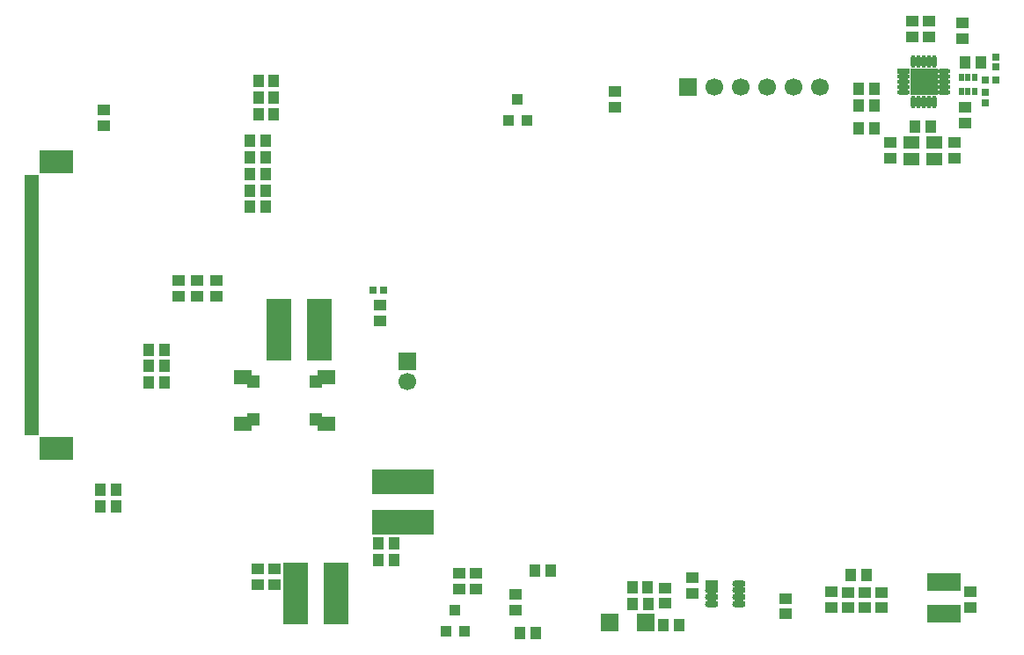
<source format=gts>
G04 #@! TF.GenerationSoftware,KiCad,Pcbnew,(2017-02-02 revision 8dadc18)-makepkg*
G04 #@! TF.CreationDate,2017-03-26T00:07:33+03:00*
G04 #@! TF.ProjectId,Badge,42616467652E6B696361645F70636200,rev?*
G04 #@! TF.FileFunction,Soldermask,Top*
G04 #@! TF.FilePolarity,Negative*
%FSLAX46Y46*%
G04 Gerber Fmt 4.6, Leading zero omitted, Abs format (unit mm)*
G04 Created by KiCad (PCBNEW (2017-02-02 revision 8dadc18)-makepkg) date 03/26/17 00:07:33*
%MOMM*%
%LPD*%
G01*
G04 APERTURE LIST*
%ADD10C,0.100000*%
%ADD11R,3.200000X1.700000*%
%ADD12R,2.348840X5.998820*%
%ADD13R,5.998820X2.348840*%
%ADD14R,1.299820X0.649580*%
%ADD15O,1.299820X0.649580*%
%ADD16R,1.700000X1.700000*%
%ADD17C,1.700000*%
%ADD18R,1.600000X1.200000*%
%ADD19R,0.800000X0.800000*%
%ADD20R,1.700000X1.400000*%
%ADD21R,1.200000X1.300000*%
%ADD22R,1.089000X1.216000*%
%ADD23R,1.216000X1.089000*%
%ADD24R,1.450000X0.500000*%
%ADD25R,3.200000X2.200000*%
%ADD26R,1.800000X1.800000*%
%ADD27R,1.200000X0.480000*%
%ADD28O,1.200000X0.480000*%
%ADD29O,0.480000X1.200000*%
%ADD30R,1.000000X1.000000*%
%ADD31R,1.200000X1.100000*%
%ADD32R,1.100000X1.200000*%
%ADD33R,1.114400X1.114400*%
%ADD34R,0.550000X0.800000*%
G04 APERTURE END LIST*
D10*
D11*
X191800000Y-108700000D03*
X191800000Y-105700000D03*
D12*
X129451680Y-106775000D03*
X133302320Y-106775000D03*
X131725320Y-81400000D03*
X127874680Y-81400000D03*
D13*
X139777000Y-99900320D03*
X139777000Y-96049680D03*
D14*
X169499520Y-105824640D03*
D15*
X169499520Y-106474880D03*
X169499520Y-107125120D03*
X172100480Y-105824640D03*
X172100480Y-107775360D03*
X172100480Y-107125120D03*
X169499520Y-107775360D03*
X172100480Y-106474880D03*
D16*
X140200000Y-84400000D03*
D17*
X140200000Y-86400000D03*
D18*
X188684000Y-64945800D03*
X190884000Y-64945800D03*
X190884000Y-63345800D03*
X188684000Y-63345800D03*
D19*
X196800000Y-55100000D03*
X196800000Y-56100000D03*
X195800000Y-58500000D03*
X195800000Y-59500000D03*
D20*
X124400000Y-90450000D03*
X124400000Y-85950000D03*
X132400000Y-90450000D03*
X132400000Y-85950000D03*
D21*
X131400000Y-90050000D03*
X131400000Y-86350000D03*
X125400000Y-90050000D03*
X125400000Y-86350000D03*
D22*
X152438000Y-104600000D03*
X153962000Y-104600000D03*
D23*
X194400000Y-108162000D03*
X194400000Y-106638000D03*
D22*
X182838000Y-105000000D03*
X184362000Y-105000000D03*
X195362000Y-55623600D03*
X193838000Y-55623600D03*
D23*
X188800000Y-53162000D03*
X188800000Y-51638000D03*
D22*
X183638000Y-58200000D03*
X185162000Y-58200000D03*
X190562000Y-61800000D03*
X189038000Y-61800000D03*
X166362000Y-109800000D03*
X164838000Y-109800000D03*
D23*
X181000000Y-106638000D03*
X181000000Y-108162000D03*
X193600000Y-53362000D03*
X193600000Y-51838000D03*
D22*
X163362000Y-107800000D03*
X161838000Y-107800000D03*
X185162000Y-59800000D03*
X183638000Y-59800000D03*
D23*
X192873000Y-64860100D03*
X192873000Y-63336100D03*
X186695000Y-63367800D03*
X186695000Y-64891800D03*
X193900000Y-59938000D03*
X193900000Y-61462000D03*
X150600000Y-108362000D03*
X150600000Y-106838000D03*
D22*
X116837000Y-83285700D03*
X115313000Y-83285700D03*
X116837000Y-84885700D03*
X115313000Y-84885700D03*
D23*
X127377000Y-105937000D03*
X127377000Y-104413000D03*
D22*
X138939000Y-101975000D03*
X137415000Y-101975000D03*
D23*
X125777000Y-105937000D03*
X125777000Y-104413000D03*
D22*
X137415000Y-103575000D03*
X138939000Y-103575000D03*
D23*
X137600000Y-80562000D03*
X137600000Y-79038000D03*
X160200000Y-59962000D03*
X160200000Y-58438000D03*
D22*
X115313000Y-86485700D03*
X116837000Y-86485700D03*
D24*
X104066000Y-91242400D03*
X104066000Y-90742400D03*
X104066000Y-90242400D03*
X104066000Y-89742400D03*
X104066000Y-89242400D03*
X104066000Y-88742400D03*
X104066000Y-88242400D03*
X104066000Y-87742400D03*
X104066000Y-87242400D03*
X104066000Y-86742400D03*
X104066000Y-86242400D03*
X104066000Y-85742400D03*
X104066000Y-85242400D03*
X104066000Y-84742400D03*
X104066000Y-84242400D03*
X104066000Y-83742400D03*
X104066000Y-83242400D03*
X104066000Y-82742400D03*
X104066000Y-82242400D03*
X104066000Y-81742400D03*
X104066000Y-81242400D03*
X104066000Y-80742400D03*
X104066000Y-80242400D03*
X104066000Y-79742400D03*
X104066000Y-79242400D03*
X104066000Y-78742400D03*
X104066000Y-78242400D03*
X104066000Y-77742400D03*
X104066000Y-77242400D03*
X104066000Y-76742400D03*
X104066000Y-76242400D03*
X104066000Y-75742400D03*
X104066000Y-75242400D03*
X104066000Y-74742400D03*
X104066000Y-74242400D03*
X104066000Y-73742400D03*
X104066000Y-73242400D03*
X104066000Y-72742400D03*
X104066000Y-72242400D03*
X104066000Y-71742400D03*
X104066000Y-71242400D03*
X104066000Y-70742400D03*
X104066000Y-70242400D03*
X104066000Y-69742400D03*
X104066000Y-69242400D03*
X104066000Y-68742400D03*
X104066000Y-68242400D03*
X104066000Y-67742400D03*
X104066000Y-67242400D03*
X104066000Y-66742400D03*
D25*
X106391000Y-92782400D03*
X106391000Y-65202400D03*
D16*
X167200000Y-58000000D03*
D17*
X169740000Y-58000000D03*
X172280000Y-58000000D03*
X174820000Y-58000000D03*
X177360000Y-58000000D03*
X179900000Y-58000000D03*
D26*
X163100000Y-109600000D03*
X159700000Y-109600000D03*
D27*
X187950000Y-56500000D03*
D28*
X187950000Y-57000000D03*
X187950000Y-57500000D03*
X187950000Y-58000000D03*
X187950000Y-58500000D03*
D29*
X188900000Y-59450000D03*
X189400000Y-59450000D03*
X189900000Y-59450000D03*
X190400000Y-59450000D03*
X190900000Y-59450000D03*
D28*
X191850000Y-58500000D03*
X191850000Y-58000000D03*
X191850000Y-57500000D03*
X191850000Y-57000000D03*
X191850000Y-56500000D03*
D29*
X190900000Y-55550000D03*
X190400000Y-55550000D03*
X189900000Y-55550000D03*
X189400000Y-55550000D03*
X188900000Y-55550000D03*
D30*
X189900000Y-57500000D03*
X190700000Y-57500000D03*
X189900000Y-56700000D03*
X190700000Y-56700000D03*
X189100000Y-56700000D03*
X189100000Y-57500000D03*
X189100000Y-58300000D03*
X189900000Y-58300000D03*
X190700000Y-58300000D03*
D31*
X184200000Y-106650000D03*
X184200000Y-108150000D03*
X176600000Y-107250000D03*
X176600000Y-108750000D03*
X146800000Y-106350000D03*
X146800000Y-104850000D03*
D32*
X183650000Y-62000000D03*
X185150000Y-62000000D03*
D31*
X167600000Y-105250000D03*
X167600000Y-106750000D03*
X165000000Y-107750000D03*
X165000000Y-106250000D03*
D32*
X163350000Y-106200000D03*
X161850000Y-106200000D03*
X151050000Y-110600000D03*
X152550000Y-110600000D03*
D31*
X145200000Y-106350000D03*
X145200000Y-104850000D03*
X121800000Y-76650000D03*
X121800000Y-78150000D03*
X120000000Y-78150000D03*
X120000000Y-76650000D03*
X118200000Y-76650000D03*
X118200000Y-78150000D03*
X190400000Y-51650000D03*
X190400000Y-53150000D03*
X182600000Y-106650000D03*
X182600000Y-108150000D03*
X185800000Y-108150000D03*
X185800000Y-106650000D03*
D32*
X110650000Y-98400000D03*
X112150000Y-98400000D03*
X112150000Y-96800000D03*
X110650000Y-96800000D03*
X125850000Y-57400000D03*
X127350000Y-57400000D03*
X125850000Y-59000000D03*
X127350000Y-59000000D03*
X125850000Y-60600000D03*
X127350000Y-60600000D03*
X125044000Y-63159500D03*
X126544000Y-63159500D03*
X126544000Y-64759500D03*
X125044000Y-64759500D03*
X126544000Y-67959500D03*
X125044000Y-67959500D03*
X125044000Y-69559500D03*
X126544000Y-69559500D03*
D31*
X111000000Y-61750000D03*
X111000000Y-60250000D03*
D32*
X126544000Y-66359500D03*
X125044000Y-66359500D03*
D33*
X151689000Y-61216000D03*
X149911000Y-61216000D03*
X150800000Y-59184000D03*
D19*
X196800000Y-57300000D03*
X195800000Y-57300000D03*
X136900000Y-77600000D03*
X137900000Y-77600000D03*
D34*
X194806000Y-57055700D03*
X194156000Y-57055700D03*
X193506000Y-57055700D03*
X193506000Y-58455700D03*
X194156000Y-58455700D03*
X194806000Y-58455700D03*
D33*
X145689000Y-110416000D03*
X143911000Y-110416000D03*
X144800000Y-108384000D03*
M02*

</source>
